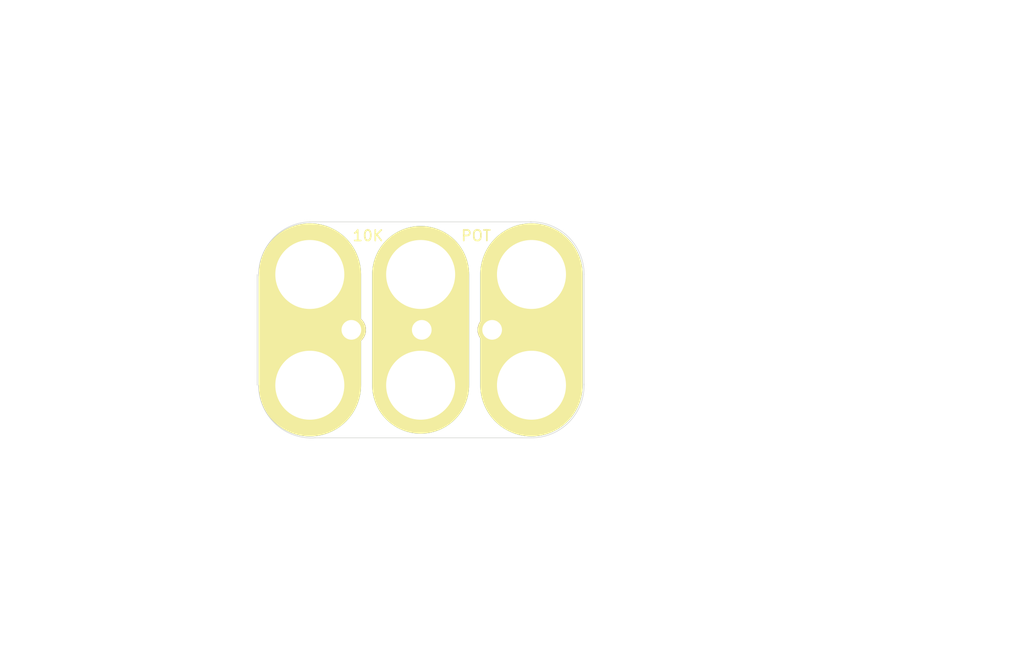
<source format=kicad_pcb>
(kicad_pcb (version 4) (host pcbnew 4.0.5-e0-6337~49~ubuntu16.04.1)

  (general
    (links 0)
    (no_connects 0)
    (area 0 0 0 0)
    (thickness 1.6)
    (drawings 17)
    (tracks 0)
    (zones 0)
    (modules 1)
    (nets 1)
  )

  (page USLetter)
  (title_block
    (title "2x3 Potentiometer (P160K) Module")
    (date "18 Jan 2017")
    (rev 1.0)
    (company "All rights reserved.")
    (comment 1 help@browndoggadgets.com)
    (comment 2 http://browndoggadgets.com/)
    (comment 3 "Brown Dog Gadgets")
  )

  (layers
    (0 F.Cu signal)
    (31 B.Cu signal)
    (34 B.Paste user)
    (35 F.Paste user)
    (36 B.SilkS user)
    (37 F.SilkS user)
    (38 B.Mask user)
    (39 F.Mask user)
    (44 Edge.Cuts user)
    (46 B.CrtYd user)
    (47 F.CrtYd user)
    (48 B.Fab user)
    (49 F.Fab user)
  )

  (setup
    (last_trace_width 0.254)
    (user_trace_width 0.1524)
    (user_trace_width 0.254)
    (user_trace_width 0.3302)
    (user_trace_width 0.508)
    (user_trace_width 0.762)
    (user_trace_width 1.27)
    (trace_clearance 0.254)
    (zone_clearance 0.508)
    (zone_45_only no)
    (trace_min 0.1524)
    (segment_width 0.1524)
    (edge_width 0.1524)
    (via_size 0.6858)
    (via_drill 0.3302)
    (via_min_size 0.6858)
    (via_min_drill 0.3302)
    (user_via 0.6858 0.3302)
    (user_via 0.762 0.4064)
    (user_via 0.8636 0.508)
    (uvia_size 0.6858)
    (uvia_drill 0.3302)
    (uvias_allowed no)
    (uvia_min_size 0)
    (uvia_min_drill 0)
    (pcb_text_width 0.1524)
    (pcb_text_size 1.016 1.016)
    (mod_edge_width 0.1524)
    (mod_text_size 1.016 1.016)
    (mod_text_width 0.1524)
    (pad_size 1.524 1.524)
    (pad_drill 0.762)
    (pad_to_mask_clearance 0.0762)
    (solder_mask_min_width 0.1016)
    (pad_to_paste_clearance -0.0762)
    (aux_axis_origin 0 0)
    (visible_elements FFFEDF7D)
    (pcbplotparams
      (layerselection 0x310fc_80000001)
      (usegerberextensions true)
      (excludeedgelayer true)
      (linewidth 0.100000)
      (plotframeref false)
      (viasonmask false)
      (mode 1)
      (useauxorigin false)
      (hpglpennumber 1)
      (hpglpenspeed 20)
      (hpglpendiameter 15)
      (hpglpenoverlay 2)
      (psnegative false)
      (psa4output false)
      (plotreference true)
      (plotvalue true)
      (plotinvisibletext false)
      (padsonsilk false)
      (subtractmaskfromsilk false)
      (outputformat 1)
      (mirror false)
      (drillshape 0)
      (scaleselection 1)
      (outputdirectory gerbers))
  )

  (net 0 "")

  (net_class Default "This is the default net class."
    (clearance 0.254)
    (trace_width 0.254)
    (via_dia 0.6858)
    (via_drill 0.3302)
    (uvia_dia 0.6858)
    (uvia_drill 0.3302)
  )

  (module Crazy_Circuits:POTENTIOMETER-P160K-2x3 (layer F.Cu) (tedit 5880781C) (tstamp 58807A3B)
    (at 126.93596 102.68204)
    (descr "9V Battery Holder Polarized 2x4")
    (tags "9V Battery Holder Polarized 2x4")
    (path /588076C6)
    (fp_text reference R1 (at 8 -8) (layer F.SilkS) hide
      (effects (font (size 1 1) (thickness 0.15)))
    )
    (fp_text value TRIMPOT-10K-3PIN-TH-0.20W-P160KN (at 8.001 -3.9624) (layer B.SilkS) hide
      (effects (font (size 1 1) (thickness 0.15)) (justify mirror))
    )
    (fp_text user 10K (at 4.2 -10.8) (layer F.SilkS)
      (effects (font (size 0.762 0.762) (thickness 0.12)))
    )
    (fp_line (start 0 -8) (end 0 0) (layer B.Cu) (width 7.4))
    (fp_arc (start 0.106632 -8.00018) (end -3.693368 -7.90018) (angle 89.9) (layer Edge.Cuts) (width 0.04064))
    (fp_arc (start 0.111824 0) (end 0.411824 3.8) (angle 94.51398846) (layer Edge.Cuts) (width 0.04064))
    (fp_arc (start 16 0) (end 19.8 -0.1) (angle 91.50743576) (layer Edge.Cuts) (width 0.04064))
    (fp_arc (start 16 -8) (end 15.9 -11.8) (angle 91.50743576) (layer Edge.Cuts) (width 0.04064))
    (fp_line (start 19.8 -8) (end 19.8 0) (layer Edge.Cuts) (width 0.04064))
    (fp_line (start 16 -11.8) (end 0 -11.8) (layer Edge.Cuts) (width 0.04064))
    (fp_line (start 16 3.8) (end 0.3 3.8) (layer Edge.Cuts) (width 0.04064))
    (fp_line (start -3.8 -8) (end -3.8 0) (layer Edge.Cuts) (width 0.04064))
    (fp_arc (start 0.106632 -8.00018) (end -3.693368 -7.90018) (angle 89.9) (layer F.Fab) (width 0.04064))
    (fp_arc (start 0.111824 0) (end 0.411824 3.8) (angle 94.51398846) (layer F.Fab) (width 0.04064))
    (fp_arc (start 16 0) (end 19.8 -0.1) (angle 91.50743576) (layer F.Fab) (width 0.04064))
    (fp_arc (start 16 -8) (end 15.9 -11.8) (angle 91.50743576) (layer F.Fab) (width 0.04064))
    (fp_line (start 19.8 -8) (end 19.8 0) (layer F.Fab) (width 0.04064))
    (fp_line (start 16 -11.8) (end 0 -11.8) (layer F.Fab) (width 0.04064))
    (fp_line (start 16 3.8) (end 0.3 3.8) (layer F.Fab) (width 0.04064))
    (fp_line (start -3.8 -8) (end -3.8 0) (layer F.Fab) (width 0.04064))
    (fp_text user %R (at 8.3 -4) (layer F.Fab)
      (effects (font (size 1 1) (thickness 0.15)))
    )
    (fp_line (start 11.0264 -5.8034) (end 11.0264 -6.0066) (layer F.CrtYd) (width 0.04064))
    (fp_line (start 14.9888 -5.8034) (end 11.0264 -5.8034) (layer F.CrtYd) (width 0.04064))
    (fp_line (start 5.0066 -5.8034) (end 5.0066 -6.0066) (layer F.CrtYd) (width 0.04064))
    (fp_line (start 1.1966 -5.8034) (end 5.0066 -5.8034) (layer F.CrtYd) (width 0.04064))
    (fp_line (start 5.0066 -11.0104) (end 5.0066 -6.0066) (layer F.Fab) (width 0.04064))
    (fp_line (start 8.0546 -11.0104) (end 5.0066 -11.0104) (layer F.CrtYd) (width 0.04064))
    (fp_line (start 11.0264 -11.0104) (end 8.0546 -11.0104) (layer F.CrtYd) (width 0.04064))
    (fp_line (start 11.0264 -5.9812) (end 11.0264 -11.0104) (layer F.CrtYd) (width 0.04064))
    (fp_circle (center 3 -4) (end 3.2 -4.1) (layer F.Fab) (width 0.254))
    (fp_line (start 15 -2.2) (end 15 -5.8) (layer F.Fab) (width 0.0508))
    (fp_line (start 1.2 -2.2) (end 15 -2.2) (layer F.Fab) (width 0.0508))
    (fp_line (start 1.2 -5.8) (end 1.2 -2.2) (layer F.Fab) (width 0.0508))
    (fp_line (start 1.25 -2.25) (end 14.95 -2.25) (layer F.CrtYd) (width 0.05))
    (fp_line (start 1.25 -2.25) (end 1.25 -5.75) (layer F.CrtYd) (width 0.05))
    (fp_line (start 14.95 -2.25) (end 14.95 -5.75) (layer F.CrtYd) (width 0.05))
    (fp_line (start 11.0264 -5.9812) (end 11.0264 -11.0104) (layer F.Fab) (width 0.04064))
    (fp_line (start 14.9888 -5.8034) (end 11.0264 -5.8034) (layer F.Fab) (width 0.04064))
    (fp_line (start 11.0264 -5.8034) (end 11.0264 -6.0066) (layer F.Fab) (width 0.04064))
    (fp_line (start 1.1966 -5.8034) (end 5.0066 -5.8034) (layer F.Fab) (width 0.04064))
    (fp_line (start 5.0066 -11.0104) (end 5.0066 -6.0066) (layer F.CrtYd) (width 0.04064))
    (fp_line (start 5.0066 -5.8034) (end 5.0066 -6.0066) (layer F.Fab) (width 0.04064))
    (fp_line (start 11.0264 -11.0104) (end 8.0546 -11.0104) (layer F.Fab) (width 0.04064))
    (fp_line (start 8.0546 -11.0104) (end 5.0066 -11.0104) (layer F.Fab) (width 0.04064))
    (fp_line (start 8 -8) (end 8 0) (layer B.Cu) (width 7))
    (fp_line (start 16 -8) (end 16 0) (layer B.Cu) (width 7.4))
    (fp_line (start 16 -8) (end 16 0) (layer B.Mask) (width 7.4))
    (fp_line (start 8 -8) (end 8 0) (layer B.Mask) (width 7))
    (fp_line (start 0 -8) (end 0 0) (layer B.Mask) (width 7.4))
    (fp_line (start 16 -8) (end 16 0) (layer F.SilkS) (width 7.4))
    (fp_line (start 8 -8) (end 8 0) (layer F.SilkS) (width 7))
    (fp_line (start 0 -8) (end 0 0) (layer F.SilkS) (width 7.4))
    (fp_text user POT (at 12 -10.8) (layer F.SilkS)
      (effects (font (size 0.762 0.762) (thickness 0.12)))
    )
    (pad + thru_hole circle (at 8 -8) (size 6 6) (drill 4.98) (layers *.Cu *.Mask F.SilkS))
    (pad - thru_hole circle (at 16 0) (size 6 6) (drill 4.98) (layers *.Cu *.Mask F.SilkS))
    (pad + thru_hole circle (at 8 0) (size 6 6) (drill 4.98) (layers *.Cu *.Mask F.SilkS))
    (pad - thru_hole circle (at 16 -8) (size 6 6) (drill 4.98) (layers *.Cu *.Mask F.SilkS))
    (pad + thru_hole circle (at 0 -8) (size 6 6) (drill 4.98) (layers *.Cu *.Mask F.SilkS))
    (pad + thru_hole circle (at 0 0) (size 6 6) (drill 4.98) (layers *.Cu *.Mask F.SilkS))
    (pad 1 thru_hole circle (at 3 -4 90) (size 2.1 2.1) (drill 1.42) (layers *.Cu *.Mask F.SilkS))
    (pad 2 thru_hole circle (at 8.08 -4 90) (size 2.1 2.1) (drill 1.42) (layers *.Cu *.Mask F.SilkS))
    (pad 3 thru_hole circle (at 13.16 -4 90) (size 2.1 2.1) (drill 1.42) (layers *.Cu *.Mask F.SilkS))
  )

  (gr_circle (center 117.348 76.962) (end 118.618 76.962) (layer Dwgs.User) (width 0.15))
  (gr_line (start 114.427 78.994) (end 114.427 74.93) (angle 90) (layer Dwgs.User) (width 0.15))
  (gr_line (start 120.269 78.994) (end 114.427 78.994) (angle 90) (layer Dwgs.User) (width 0.15))
  (gr_line (start 120.269 74.93) (end 120.269 78.994) (angle 90) (layer Dwgs.User) (width 0.15))
  (gr_line (start 114.427 74.93) (end 120.269 74.93) (angle 90) (layer Dwgs.User) (width 0.15))
  (gr_line (start 120.523 93.98) (end 104.648 93.98) (angle 90) (layer Dwgs.User) (width 0.15))
  (gr_line (start 173.355 102.235) (end 173.355 94.615) (angle 90) (layer Dwgs.User) (width 0.15))
  (gr_line (start 178.435 102.235) (end 173.355 102.235) (angle 90) (layer Dwgs.User) (width 0.15))
  (gr_line (start 178.435 94.615) (end 178.435 102.235) (angle 90) (layer Dwgs.User) (width 0.15))
  (gr_line (start 173.355 94.615) (end 178.435 94.615) (angle 90) (layer Dwgs.User) (width 0.15))
  (gr_line (start 109.093 123.19) (end 109.093 114.3) (angle 90) (layer Dwgs.User) (width 0.15))
  (gr_line (start 122.428 123.19) (end 109.093 123.19) (angle 90) (layer Dwgs.User) (width 0.15))
  (gr_line (start 122.428 114.3) (end 122.428 123.19) (angle 90) (layer Dwgs.User) (width 0.15))
  (gr_line (start 109.093 114.3) (end 122.428 114.3) (angle 90) (layer Dwgs.User) (width 0.15))
  (gr_line (start 104.648 93.98) (end 104.648 82.55) (angle 90) (layer Dwgs.User) (width 0.15))
  (gr_line (start 120.523 82.55) (end 120.523 93.98) (angle 90) (layer Dwgs.User) (width 0.15))
  (gr_line (start 104.648 82.55) (end 120.523 82.55) (angle 90) (layer Dwgs.User) (width 0.15))

)

</source>
